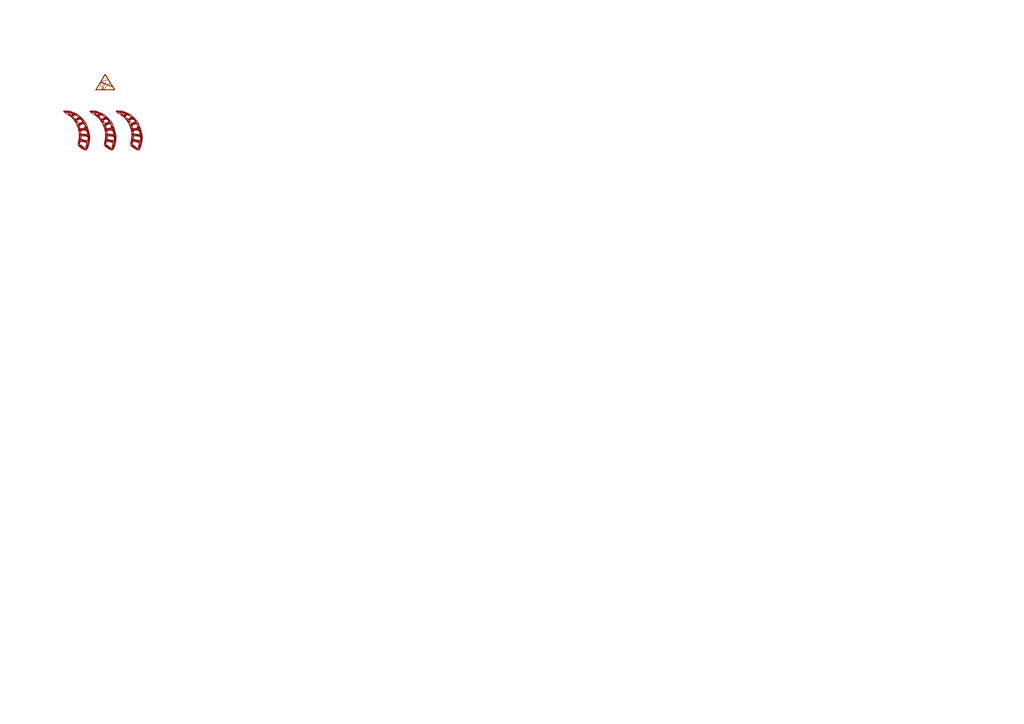
<source format=kicad_sch>
(kicad_sch (version 20231120) (generator "eeschema") (generator_version "8.0")
  (paper "A4")
  (lib_symbols
    (symbol "Graphic:SYM_ESD_Small" (in_bom no) (on_board no))
    (symbol "logo_symbol:LOGO" (pin_names (offset 1.016)))
  )
  (symbol (lib_id "logo_symbol:LOGO") (at 36.83 38.1 0) (unit 1)
    (property "Reference" "G3" (effects (hide yes)))
    (property "Value" "LOGO" (effects (hide yes)))
    (property "Footprint" "logo_silk:horn_logo_combined_7.500mm" (effects (hide yes)))
  )
  (symbol (lib_id "logo_symbol:LOGO") (at 29.21 38.1 0) (unit 1)
    (property "Reference" "G2" (effects (hide yes)))
    (property "Value" "LOGO" (effects (hide yes)))
    (property "Footprint" "logo_copper:horn_logo_combined_7.500mm" (effects (hide yes)))
  )
  (symbol (lib_id "logo_symbol:LOGO") (at 21.59 38.1 0) (unit 1)
    (property "Reference" "G1" (effects (hide yes)))
    (property "Value" "LOGO" (effects (hide yes)))
    (property "Footprint" "logo_combined:horn_logo_combined_10.000mm" (effects (hide yes)))
  )
  (symbol (lib_id "Graphic:SYM_ESD_Small") (at 30.48 24.13 0) (unit 1) (in_bom no)
    (property "Reference" "G4" (effects (hide yes)))
    (property "Value" "SYM_ESD_Small" (effects (hide yes)))
    (property "Footprint" "Symbol:ESD-Logo_6.6x6mm_SilkScreen" (effects (hide yes)))
    (property "Description" "ESD warning/\"Do not touch\" symbol, small" (effects (hide yes)))
    (property "Sim.Enable" "0" (effects (hide yes)))
  )
)
</source>
